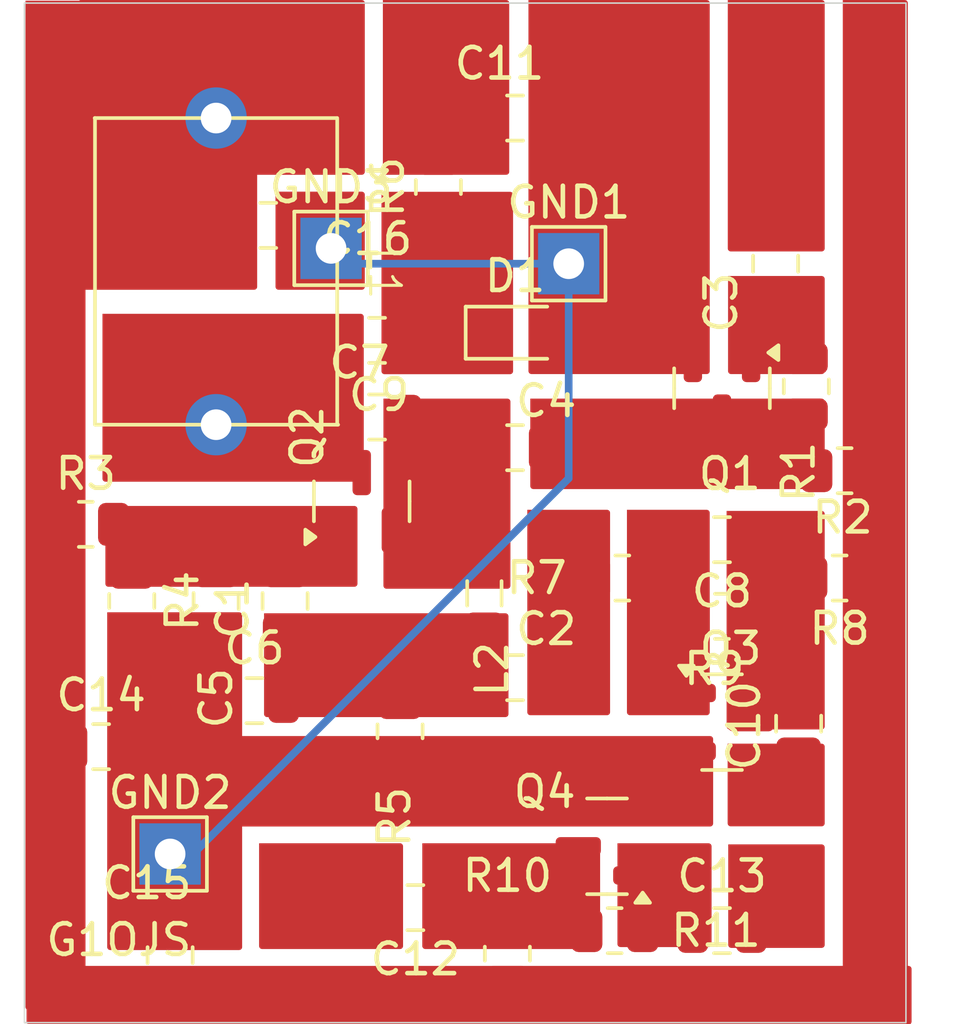
<source format=kicad_pcb>
(kicad_pcb (version 20240108) (generator "pcbnew") (generator_version "8.0")
  (title_block (title "G1OJS Airband Superregen Earpiece Block PCB") (date "2024-07-23") (rev "1"))
  (layers (0 "F.Cu" signal) (31 "B.Cu" signal) (34 "B.Paste" user) (35 "F.Paste" user) (36 "B.SilkS" user "B.Silkscreen") (37 "F.SilkS" user "F.Silkscreen") (38 "B.Mask" user) (39 "F.Mask" user) (44 "Edge.Cuts" user))
  (net 0 "")
  (net 1 "Net-(Q2-B)")
  (net 2 "Net-(C1-Pad2)")
  (net 3 "Net-(C2-Pad2)")
  (net 4 "Net-(Q1-B)")
  (net 5 "Net-(Q2-E)")
  (net 6 "Net-(Q1-C)")
  (net 7 "Chassis")
  (net 8 "Net-(Q2-C)")
  (net 9 "Net-(Q3-B)")
  (net 10 "Net-(Q3-C)")
  (net 11 "Net-(D1-K)")
  (net 12 "Net-(Q4-C)")
  (net 13 "Net-(Q4-B)")
  (net 14 "Net-(C10-Pad1)")
  (net 15 "Net-(C11-Pad1)")
  (net 16 "Net-(C12-Pad2)")
  (net 17 "Net-(C13-Pad2)")
  (net 18 "Net-(C14-Pad1)")
  (net 19 "Net-(C3-Pad1)")
  (footprint "Package_TO_SOT_SMD:SOT-23" (layer "F.Cu") (at 97.5 41.5 90)
    (property "Reference" "Q2" (at 2.098 -1.778 -90) (layer "F.SilkS"))
    (property "Value" "MMBT3904")
    (fp_line (start 0 -1.56) (end 0.65 -1.56) (stroke (width 0.12)) (layer "F.SilkS"))
    (fp_line (start 0 -1.56) (end -0.65 -1.56) (stroke (width 0.12)) (layer "F.SilkS"))
    (fp_line (start 0 1.56) (end 0.65 1.56) (stroke (width 0.12)) (layer "F.SilkS"))
    (fp_line (start 0 1.56) (end -0.65 1.56) (stroke (width 0.12)) (layer "F.SilkS"))
    (fp_poly (pts (xy -1.1625 -1.51) (xy -1.4025 -1.84) (xy -0.9225 -1.84) (xy -1.1625 -1.51)) (stroke (width 0.12)) (fill solid) (layer "F.SilkS"))
    (pad "1" smd roundrect (at -0.9375 -0.95 90) (size 1.475 0.6) (layers "F.Cu" "F.Paste" "F.Mask") (net 1 "Net-(Q2-B)"))
    (pad "2" smd roundrect (at -0.9375 0.95 90) (size 1.475 0.6) (layers "F.Cu" "F.Paste" "F.Mask") (net 5 "Net-(Q2-E)"))
    (pad "3" smd roundrect (at 0.9375 0 90) (size 1.475 0.6) (layers "F.Cu" "F.Paste" "F.Mask") (net 8 "Net-(Q2-C)"))
  )
  (footprint "Capacitor_SMD:C_0805_2012Metric" (layer "F.Cu") (at 111 33.75 -90)
    (property "Reference" "C3" (at 1.27 1.778 90) (layer "F.SilkS"))
    (property "Value" "33p")
    (fp_line (start -0.261252 0.735) (end 0.261252 0.735) (stroke (width 0.12)) (layer "F.SilkS"))
    (fp_line (start -0.261252 -0.735) (end 0.261252 -0.735) (stroke (width 0.12)) (layer "F.SilkS"))
    (pad "1" smd roundrect (at -0.95 0 270) (size 1 1.45) (layers "F.Cu" "F.Paste" "F.Mask") (net 19 "Net-(C3-Pad1)"))
    (pad "2" smd roundrect (at 0.95 0 270) (size 1 1.45) (layers "F.Cu" "F.Paste" "F.Mask") (net 4 "Net-(Q1-B)"))
  )
  (footprint "z_Inductor:Inductor_Axial_L10.0mm_D7.9mm_P10.0mm_Horizontal" (layer "F.Cu") (at 92.75 34 -90)
    (property "Reference" "L1" (at 0.05 -5.5 -90) (layer "F.SilkS") (effects (font (thickness 0.1))))
    (property "Value" "5t 6mm dia")
    (fp_line (start -5 3.95) (end 5 3.95) (stroke (width 0.12)) (layer "F.SilkS"))
    (fp_line (start 5 3.92) (end 5 -3.98) (stroke (width 0.12)) (layer "F.SilkS"))
    (fp_line (start -5 -3.94) (end -5 3.96) (stroke (width 0.12)) (layer "F.SilkS"))
    (fp_line (start 5 -3.95) (end -5 -3.95) (stroke (width 0.12)) (layer "F.SilkS"))
    (pad "1" thru_hole circle (at -5 0 270) (size 2 2) (drill 1) (layers "*.Cu" "*.Mask") (net 18 "Net-(C14-Pad1)"))
    (pad "2" thru_hole oval (at 5 0 270) (size 2 2) (drill 1) (layers "*.Cu" "*.Mask") (net 8 "Net-(Q2-C)"))
  )
  (footprint "Resistor_SMD:R_0805_2012Metric" (layer "F.Cu") (at 106 44)
    (property "Reference" "R7" (at -2.794 0 0) (layer "F.SilkS"))
    (property "Value" "2k2")
    (fp_line (start -0.227064 -0.735) (end 0.227064 -0.735) (stroke (width 0.12)) (layer "F.SilkS"))
    (fp_line (start -0.227064 0.735) (end 0.227064 0.735) (stroke (width 0.12)) (layer "F.SilkS"))
    (pad "1" smd roundrect (at -0.9125 0) (size 1.025 1.4) (layers "F.Cu" "F.Paste" "F.Mask") (roundrect_rratio 0.243902) (net 3 "Net-(C2-Pad2)"))
    (pad "2" smd roundrect (at 0.9125 0) (size 1.025 1.4) (layers "F.Cu" "F.Paste" "F.Mask") (roundrect_rratio 0.243902) (net 9 "Net-(Q3-B)"))
  )
  (footprint "Resistor_SMD:R_0805_2012Metric" (layer "F.Cu") (at 98.75 49 -90)
    (property "Reference" "R5" (at 2.794 0.188 90) (layer "F.SilkS"))
    (property "Value" "10k")
    (fp_line (start -0.227064 0.735) (end 0.227064 0.735) (stroke (width 0.12)) (layer "F.SilkS"))
    (fp_line (start -0.227064 -0.735) (end 0.227064 -0.735) (stroke (width 0.12)) (layer "F.SilkS"))
    (pad "1" smd roundrect (at -0.9125 0 270) (size 1.025 1.4) (layers "F.Cu" "F.Paste" "F.Mask") (roundrect_rratio 0.243902) (net 2 "Net-(C1-Pad2)"))
    (pad "2" smd roundrect (at 0.9125 0 270) (size 1.025 1.4) (layers "F.Cu" "F.Paste" "F.Mask") (roundrect_rratio 0.243902) (net 7 "Chassis"))
  )
  (footprint "Capacitor_SMD:C_0805_2012Metric" (layer "F.Cu") (at 111.75 48.75 90)
    (property "Reference" "C10" (at -0.066 -1.778 90) (layer "F.SilkS"))
    (property "Value" "100n")
    (fp_line (start -0.261252 -0.735) (end 0.261252 -0.735) (stroke (width 0.12)) (layer "F.SilkS"))
    (fp_line (start -0.261252 0.735) (end 0.261252 0.735) (stroke (width 0.12)) (layer "F.SilkS"))
    (pad "1" smd roundrect (at -0.95 0 90) (size 1 1.45) (layers "F.Cu" "F.Paste" "F.Mask") (net 14 "Net-(C10-Pad1)"))
    (pad "2" smd roundrect (at 0.95 0 90) (size 1 1.45) (layers "F.Cu" "F.Paste" "F.Mask") (net 10 "Net-(Q3-C)"))
  )
  (footprint "Capacitor_SMD:C_0805_2012Metric" (layer "F.Cu") (at 94.45 32.5)
    (property "Reference" "C16" (at 3.236 0.442 0) (layer "F.SilkS"))
    (property "Value" "100n")
    (fp_line (start -0.261252 -0.735) (end 0.261252 -0.735) (stroke (width 0.12)) (layer "F.SilkS"))
    (fp_line (start -0.261252 0.735) (end 0.261252 0.735) (stroke (width 0.12)) (layer "F.SilkS"))
    (pad "1" smd roundrect (at -0.95 0) (size 1 1.45) (layers "F.Cu" "F.Paste" "F.Mask") (net 18 "Net-(C14-Pad1)"))
    (pad "2" smd roundrect (at 0.95 0) (size 1 1.45) (layers "F.Cu" "F.Paste" "F.Mask") (net 7 "Chassis"))
  )
  (footprint "Capacitor_SMD:C_0805_2012Metric" (layer "F.Cu") (at 95 44.75 -90)
    (property "Reference" "C1" (at 0.254 1.712 90) (layer "F.SilkS"))
    (property "Value" "6n8")
    (fp_line (start -0.261252 0.735) (end 0.261252 0.735) (stroke (width 0.12)) (layer "F.SilkS"))
    (fp_line (start -0.261252 -0.735) (end 0.261252 -0.735) (stroke (width 0.12)) (layer "F.SilkS"))
    (pad "1" smd roundrect (at -0.95 0 270) (size 1 1.45) (layers "F.Cu" "F.Paste" "F.Mask") (net 1 "Net-(Q2-B)"))
    (pad "2" smd roundrect (at 0.95 0 270) (size 1 1.45) (layers "F.Cu" "F.Paste" "F.Mask") (net 2 "Net-(C1-Pad2)"))
  )
  (footprint "Resistor_SMD:R_0805_2012Metric" (layer "F.Cu") (at 112 37.75 90)
    (property "Reference" "R1" (at -2.794 -0.254 90) (layer "F.SilkS"))
    (property "Value" "68k")
    (fp_line (start -0.227064 -0.735) (end 0.227064 -0.735) (stroke (width 0.12)) (layer "F.SilkS"))
    (fp_line (start -0.227064 0.735) (end 0.227064 0.735) (stroke (width 0.12)) (layer "F.SilkS"))
    (pad "1" smd roundrect (at -0.9125 0 90) (size 1.025 1.4) (layers "F.Cu" "F.Paste" "F.Mask") (roundrect_rratio 0.243902) (net 6 "Net-(Q1-C)"))
    (pad "2" smd roundrect (at 0.9125 0 90) (size 1.025 1.4) (layers "F.Cu" "F.Paste" "F.Mask") (roundrect_rratio 0.243902) (net 4 "Net-(Q1-B)"))
  )
  (footprint "Capacitor_SMD:C_0805_2012Metric" (layer "F.Cu") (at 102.5 39.75 180)
    (property "Reference" "C4" (at -1.016 1.524 180) (layer "F.SilkS"))
    (property "Value" "5pF")
    (fp_line (start -0.261252 0.735) (end 0.261252 0.735) (stroke (width 0.12)) (layer "F.SilkS"))
    (fp_line (start -0.261252 -0.735) (end 0.261252 -0.735) (stroke (width 0.12)) (layer "F.SilkS"))
    (pad "1" smd roundrect (at -0.95 0 180) (size 1 1.45) (layers "F.Cu" "F.Paste" "F.Mask") (net 6 "Net-(Q1-C)"))
    (pad "2" smd roundrect (at 0.95 0 180) (size 1 1.45) (layers "F.Cu" "F.Paste" "F.Mask") (net 5 "Net-(Q2-E)"))
  )
  (footprint "Resistor_SMD:R_0805_2012Metric" (layer "F.Cu") (at 109.25 45.25 180)
    (property "Reference" "R9" (at 0.254 -1.712 180) (layer "F.SilkS"))
    (property "Value" "470k")
    (fp_line (start -0.227064 0.735) (end 0.227064 0.735) (stroke (width 0.12)) (layer "F.SilkS"))
    (fp_line (start -0.227064 -0.735) (end 0.227064 -0.735) (stroke (width 0.12)) (layer "F.SilkS"))
    (pad "1" smd roundrect (at -0.9125 0 180) (size 1.025 1.4) (layers "F.Cu" "F.Paste" "F.Mask") (roundrect_rratio 0.243902) (net 10 "Net-(Q3-C)"))
    (pad "2" smd roundrect (at 0.9125 0 180) (size 1.025 1.4) (layers "F.Cu" "F.Paste" "F.Mask") (roundrect_rratio 0.243902) (net 9 "Net-(Q3-B)"))
  )
  (footprint "Capacitor_SMD:C_0805_2012Metric" (layer "F.Cu") (at 89 49.5)
    (property "Reference" "C14" (at 0 -1.68 0) (layer "F.SilkS"))
    (property "Value" "100n")
    (fp_line (start -0.261252 -0.735) (end 0.261252 -0.735) (stroke (width 0.12)) (layer "F.SilkS"))
    (fp_line (start -0.261252 0.735) (end 0.261252 0.735) (stroke (width 0.12)) (layer "F.SilkS"))
    (pad "1" smd roundrect (at -0.95 0) (size 1 1.45) (layers "F.Cu" "F.Paste" "F.Mask") (net 18 "Net-(C14-Pad1)"))
    (pad "2" smd roundrect (at 0.95 0) (size 1 1.45) (layers "F.Cu" "F.Paste" "F.Mask") (net 7 "Chassis"))
  )
  (footprint "Resistor_SMD:R_0805_2012Metric" (layer "F.Cu") (at 113.0875 44 180)
    (property "Reference" "R8" (at 0 -1.65 180) (layer "F.SilkS"))
    (property "Value" "2k2")
    (fp_line (start -0.227064 0.735) (end 0.227064 0.735) (stroke (width 0.12)) (layer "F.SilkS"))
    (fp_line (start -0.227064 -0.735) (end 0.227064 -0.735) (stroke (width 0.12)) (layer "F.SilkS"))
    (pad "1" smd roundrect (at -0.9125 0 180) (size 1.025 1.4) (layers "F.Cu" "F.Paste" "F.Mask") (roundrect_rratio 0.243902) (net 18 "Net-(C14-Pad1)"))
    (pad "2" smd roundrect (at 0.9125 0 180) (size 1.025 1.4) (layers "F.Cu" "F.Paste" "F.Mask") (roundrect_rratio 0.243902) (net 10 "Net-(Q3-C)"))
  )
  (footprint "Capacitor_SMD:C_0805_2012Metric" (layer "F.Cu") (at 102.5 47.25)
    (property "Reference" "C2" (at 1.016 -1.59 0) (layer "F.SilkS"))
    (property "Value" "3u3")
    (fp_line (start -0.261252 -0.735) (end 0.261252 -0.735) (stroke (width 0.12)) (layer "F.SilkS"))
    (fp_line (start -0.261252 0.735) (end 0.261252 0.735) (stroke (width 0.12)) (layer "F.SilkS"))
    (pad "1" smd roundrect (at -0.95 0) (size 1 1.45) (layers "F.Cu" "F.Paste" "F.Mask") (net 2 "Net-(C1-Pad2)"))
    (pad "2" smd roundrect (at 0.95 0) (size 1 1.45) (layers "F.Cu" "F.Paste" "F.Mask") (net 3 "Net-(C2-Pad2)"))
  )
  (footprint "TestPoint:TestPoint_THTPad_2.0x2.0mm_Drill1.0mm" (layer "F.Cu") (at 104.25 33.75)
    (property "Reference" "GND1" (at 0 -1.998 0) (layer "F.SilkS"))
    (property "Value" "GND")
    (fp_line (start -1.2 -1.2) (end 1.2 -1.2) (stroke (width 0.12)) (layer "F.SilkS"))
    (fp_line (start -1.2 1.2) (end -1.2 -1.2) (stroke (width 0.12)) (layer "F.SilkS"))
    (fp_line (start 1.2 -1.2) (end 1.2 1.2) (stroke (width 0.12)) (layer "F.SilkS"))
    (fp_line (start 1.2 1.2) (end -1.2 1.2) (stroke (width 0.12)) (layer "F.SilkS"))
    (pad "1" thru_hole rect (at 0 0) (size 2 2) (drill 1) (layers "*.Cu" "*.Mask") (net 7 "Chassis"))
  )
  (footprint "Package_TO_SOT_SMD:SOT-23" (layer "F.Cu") (at 105.5 52.75 180)
    (property "Reference" "Q4" (at 2.032 1.778 0) (layer "F.SilkS"))
    (property "Value" "MMBT3904")
    (fp_line (start 0 1.56) (end 0.65 1.56) (stroke (width 0.12)) (layer "F.SilkS"))
    (fp_line (start 0 1.56) (end -0.65 1.56) (stroke (width 0.12)) (layer "F.SilkS"))
    (fp_line (start 0 -1.56) (end 0.65 -1.56) (stroke (width 0.12)) (layer "F.SilkS"))
    (fp_line (start 0 -1.56) (end -0.65 -1.56) (stroke (width 0.12)) (layer "F.SilkS"))
    (fp_poly (pts (xy -1.1625 -1.51) (xy -1.4025 -1.84) (xy -0.9225 -1.84) (xy -1.1625 -1.51)) (stroke (width 0.12)) (fill solid) (layer "F.SilkS"))
    (pad "1" smd roundrect (at -0.9375 -0.95 180) (size 1.475 0.6) (layers "F.Cu" "F.Paste" "F.Mask") (net 13 "Net-(Q4-B)"))
    (pad "2" smd roundrect (at -0.9375 0.95 180) (size 1.475 0.6) (layers "F.Cu" "F.Paste" "F.Mask") (net 7 "Chassis"))
    (pad "3" smd roundrect (at 0.9375 0 180) (size 1.475 0.6) (layers "F.Cu" "F.Paste" "F.Mask") (net 12 "Net-(Q4-C)"))
  )
  (footprint "Resistor_SMD:R_0805_2012Metric" (layer "F.Cu") (at 88.5 42.25)
    (property "Reference" "R3" (at 0 -1.65 0) (layer "F.SilkS"))
    (property "Value" "22k")
    (fp_line (start -0.227064 -0.735) (end 0.227064 -0.735) (stroke (width 0.12)) (layer "F.SilkS"))
    (fp_line (start -0.227064 0.735) (end 0.227064 0.735) (stroke (width 0.12)) (layer "F.SilkS"))
    (pad "1" smd roundrect (at -0.9125 0) (size 1.025 1.4) (layers "F.Cu" "F.Paste" "F.Mask") (roundrect_rratio 0.243902) (net 18 "Net-(C14-Pad1)"))
    (pad "2" smd roundrect (at 0.9125 0) (size 1.025 1.4) (layers "F.Cu" "F.Paste" "F.Mask") (roundrect_rratio 0.243902) (net 1 "Net-(Q2-B)"))
  )
  (footprint "Capacitor_SMD:C_0805_2012Metric" (layer "F.Cu") (at 109.25 55.5)
    (property "Reference" "C13" (at 0 -1.778 0) (layer "F.SilkS"))
    (property "Value" "100n")
    (fp_line (start -0.261252 -0.735) (end 0.261252 -0.735) (stroke (width 0.12)) (layer "F.SilkS"))
    (fp_line (start -0.261252 0.735) (end 0.261252 0.735) (stroke (width 0.12)) (layer "F.SilkS"))
    (pad "1" smd roundrect (at -0.95 0) (size 1 1.45) (layers "F.Cu" "F.Paste" "F.Mask") (net 13 "Net-(Q4-B)"))
    (pad "2" smd roundrect (at 0.95 0) (size 1 1.45) (layers "F.Cu" "F.Paste" "F.Mask") (net 17 "Net-(C13-Pad2)"))
  )
  (footprint "Capacitor_SMD:C_0805_2012Metric" (layer "F.Cu") (at 99.25 54.75 180)
    (property "Reference" "C12" (at 0 -1.68 180) (layer "F.SilkS"))
    (property "Value" "3u3")
    (fp_line (start -0.261252 0.735) (end 0.261252 0.735) (stroke (width 0.12)) (layer "F.SilkS"))
    (fp_line (start -0.261252 -0.735) (end 0.261252 -0.735) (stroke (width 0.12)) (layer "F.SilkS"))
    (pad "1" smd roundrect (at -0.95 0 180) (size 1 1.45) (layers "F.Cu" "F.Paste" "F.Mask") (net 12 "Net-(Q4-C)"))
    (pad "2" smd roundrect (at 0.95 0 180) (size 1 1.45) (layers "F.Cu" "F.Paste" "F.Mask") (net 16 "Net-(C12-Pad2)"))
  )
  (footprint "Capacitor_SMD:C_0805_2012Metric" (layer "F.Cu") (at 109.25 42.75 180)
    (property "Reference" "C8" (at 0 -1.68 180) (layer "F.SilkS"))
    (property "Value" "2n2")
    (fp_line (start -0.261252 0.735) (end 0.261252 0.735) (stroke (width 0.12)) (layer "F.SilkS"))
    (fp_line (start -0.261252 -0.735) (end 0.261252 -0.735) (stroke (width 0.12)) (layer "F.SilkS"))
    (pad "1" smd roundrect (at -0.95 0 180) (size 1 1.45) (layers "F.Cu" "F.Paste" "F.Mask") (net 10 "Net-(Q3-C)"))
    (pad "2" smd roundrect (at 0.95 0 180) (size 1 1.45) (layers "F.Cu" "F.Paste" "F.Mask") (net 9 "Net-(Q3-B)"))
  )
  (footprint "Capacitor_SMD:C_0805_2012Metric" (layer "F.Cu") (at 91.25 56.3 90)
    (property "Reference" "C15" (at 2.352 -0.762 0) (layer "F.SilkS"))
    (property "Value" "3u3")
    (fp_line (start -0.261252 -0.735) (end 0.261252 -0.735) (stroke (width 0.12)) (layer "F.SilkS"))
    (fp_line (start -0.261252 0.735) (end 0.261252 0.735) (stroke (width 0.12)) (layer "F.SilkS"))
    (pad "1" smd roundrect (at -0.95 0 90) (size 1 1.45) (layers "F.Cu" "F.Paste" "F.Mask") (net 18 "Net-(C14-Pad1)"))
    (pad "2" smd roundrect (at 0.95 0 90) (size 1 1.45) (layers "F.Cu" "F.Paste" "F.Mask") (net 7 "Chassis"))
  )
  (footprint "Package_TO_SOT_SMD:SOT-23" (layer "F.Cu") (at 109.25 37.8125 -90)
    (property "Reference" "Q1" (at 2.794 -0.254 0) (layer "F.SilkS"))
    (property "Value" "2SC3356")
    (fp_line (start 0 1.56) (end -0.65 1.56) (stroke (width 0.12)) (layer "F.SilkS"))
    (fp_line (start 0 1.56) (end 0.65 1.56) (stroke (width 0.12)) (layer "F.SilkS"))
    (fp_line (start 0 -1.56) (end -0.65 -1.56) (stroke (width 0.12)) (layer "F.SilkS"))
    (fp_line (start 0 -1.56) (end 0.65 -1.56) (stroke (width 0.12)) (layer "F.SilkS"))
    (fp_poly (pts (xy -1.1625 -1.51) (xy -1.4025 -1.84) (xy -0.9225 -1.84) (xy -1.1625 -1.51)) (stroke (width 0.12)) (fill solid) (layer "F.SilkS"))
    (pad "1" smd roundrect (at -0.9375 -0.95 270) (size 1.475 0.6) (layers "F.Cu" "F.Paste" "F.Mask") (net 4 "Net-(Q1-B)"))
    (pad "2" smd roundrect (at -0.9375 0.95 270) (size 1.475 0.6) (layers "F.Cu" "F.Paste" "F.Mask") (net 7 "Chassis"))
    (pad "3" smd roundrect (at 0.9375 0 270) (size 1.475 0.6) (layers "F.Cu" "F.Paste" "F.Mask") (net 6 "Net-(Q1-C)"))
  )
  (footprint "Resistor_SMD:R_0805_2012Metric" (layer "F.Cu") (at 102.25 56.25 90)
    (property "Reference" "R10" (at 2.54 0 0) (layer "F.SilkS"))
    (property "Value" "2k2")
    (fp_line (start -0.227064 -0.735) (end 0.227064 -0.735) (stroke (width 0.12)) (layer "F.SilkS"))
    (fp_line (start -0.227064 0.735) (end 0.227064 0.735) (stroke (width 0.12)) (layer "F.SilkS"))
    (pad "1" smd roundrect (at -0.9125 0 90) (size 1.025 1.4) (layers "F.Cu" "F.Paste" "F.Mask") (roundrect_rratio 0.243902) (net 18 "Net-(C14-Pad1)"))
    (pad "2" smd roundrect (at 0.9125 0 90) (size 1.025 1.4) (layers "F.Cu" "F.Paste" "F.Mask") (roundrect_rratio 0.243902) (net 12 "Net-(Q4-C)"))
  )
  (footprint "Capacitor_SMD:C_0805_2012Metric" (layer "F.Cu") (at 98 36.25)
    (property "Reference" "C9" (at 0.066 1.778 0) (layer "F.SilkS"))
    (property "Value" "15p")
    (fp_line (start -0.261252 -0.735) (end 0.261252 -0.735) (stroke (width 0.12)) (layer "F.SilkS"))
    (fp_line (start -0.261252 0.735) (end 0.261252 0.735) (stroke (width 0.12)) (layer "F.SilkS"))
    (pad "1" smd roundrect (at -0.95 0) (size 1 1.45) (layers "F.Cu" "F.Paste" "F.Mask") (net 8 "Net-(Q2-C)"))
    (pad "2" smd roundrect (at 0.95 0) (size 1 1.45) (layers "F.Cu" "F.Paste" "F.Mask") (net 11 "Net-(D1-K)"))
  )
  (footprint "Resistor_SMD:R_0805_2012Metric" (layer "F.Cu") (at 113.25 40.5 180)
    (property "Reference" "R2" (at 0.066 -1.524 180) (layer "F.SilkS"))
    (property "Value" "1k")
    (fp_line (start -0.227064 0.735) (end 0.227064 0.735) (stroke (width 0.12)) (layer "F.SilkS"))
    (fp_line (start -0.227064 -0.735) (end 0.227064 -0.735) (stroke (width 0.12)) (layer "F.SilkS"))
    (pad "1" smd roundrect (at -0.9125 0 180) (size 1.025 1.4) (layers "F.Cu" "F.Paste" "F.Mask") (roundrect_rratio 0.243902) (net 18 "Net-(C14-Pad1)"))
    (pad "2" smd roundrect (at 0.9125 0 180) (size 1.025 1.4) (layers "F.Cu" "F.Paste" "F.Mask") (roundrect_rratio 0.243902) (net 6 "Net-(Q1-C)"))
  )
  (footprint "TestPoint:TestPoint_THTPad_2.0x2.0mm_Drill1.0mm" (layer "F.Cu") (at 96.5 33.25)
    (property "Reference" "GND3" (at 0 -1.998 0) (layer "F.SilkS"))
    (property "Value" "GND")
    (fp_line (start -1.2 -1.2) (end 1.2 -1.2) (stroke (width 0.12)) (layer "F.SilkS"))
    (fp_line (start -1.2 1.2) (end -1.2 -1.2) (stroke (width 0.12)) (layer "F.SilkS"))
    (fp_line (start 1.2 -1.2) (end 1.2 1.2) (stroke (width 0.12)) (layer "F.SilkS"))
    (fp_line (start 1.2 1.2) (end -1.2 1.2) (stroke (width 0.12)) (layer "F.SilkS"))
    (pad "1" thru_hole rect (at 0 0) (size 2 2) (drill 1) (layers "*.Cu" "*.Mask") (net 7 "Chassis"))
  )
  (footprint "Capacitor_SMD:C_0805_2012Metric" (layer "F.Cu") (at 98 38.75 180)
    (property "Reference" "C7" (at 0.574 1.778 180) (layer "F.SilkS"))
    (property "Value" "2p2")
    (fp_line (start -0.261252 0.735) (end 0.261252 0.735) (stroke (width 0.12)) (layer "F.SilkS"))
    (fp_line (start -0.261252 -0.735) (end 0.261252 -0.735) (stroke (width 0.12)) (layer "F.SilkS"))
    (pad "1" smd roundrect (at -0.95 0 180) (size 1 1.45) (layers "F.Cu" "F.Paste" "F.Mask") (net 5 "Net-(Q2-E)"))
    (pad "2" smd roundrect (at 0.95 0 180) (size 1 1.45) (layers "F.Cu" "F.Paste" "F.Mask") (net 8 "Net-(Q2-C)"))
  )
  (footprint "Capacitor_SMD:C_0805_2012Metric" (layer "F.Cu") (at 92.75 44.75 -90)
    (property "Reference" "C5" (at 3.17 0 90) (layer "F.SilkS"))
    (property "Value" "100n")
    (fp_line (start -0.261252 0.735) (end 0.261252 0.735) (stroke (width 0.12)) (layer "F.SilkS"))
    (fp_line (start -0.261252 -0.735) (end 0.261252 -0.735) (stroke (width 0.12)) (layer "F.SilkS"))
    (pad "1" smd roundrect (at -0.95 0 270) (size 1 1.45) (layers "F.Cu" "F.Paste" "F.Mask") (net 1 "Net-(Q2-B)"))
    (pad "2" smd roundrect (at 0.95 0 270) (size 1 1.45) (layers "F.Cu" "F.Paste" "F.Mask") (net 7 "Chassis"))
  )
  (footprint "Resistor_SMD:R_0805_2012Metric" (layer "F.Cu") (at 100 31.25 90)
    (property "Reference" "R6" (at 0 -1.65 90) (layer "F.SilkS"))
    (property "Value" "470k")
    (fp_line (start -0.227064 -0.735) (end 0.227064 -0.735) (stroke (width 0.12)) (layer "F.SilkS"))
    (fp_line (start -0.227064 0.735) (end 0.227064 0.735) (stroke (width 0.12)) (layer "F.SilkS"))
    (pad "1" smd roundrect (at -0.9125 0 90) (size 1.025 1.4) (layers "F.Cu" "F.Paste" "F.Mask") (roundrect_rratio 0.243902) (net 11 "Net-(D1-K)"))
    (pad "2" smd roundrect (at 0.9125 0 90) (size 1.025 1.4) (layers "F.Cu" "F.Paste" "F.Mask") (roundrect_rratio 0.243902) (net 15 "Net-(C11-Pad1)"))
  )
  (footprint "TestPoint:TestPoint_THTPad_2.0x2.0mm_Drill1.0mm" (layer "F.Cu") (at 91.25 53)
    (property "Reference" "GND2" (at 0 -1.998 0) (layer "F.SilkS"))
    (property "Value" "GND")
    (fp_line (start -1.2 -1.2) (end 1.2 -1.2) (stroke (width 0.12)) (layer "F.SilkS"))
    (fp_line (start -1.2 1.2) (end -1.2 -1.2) (stroke (width 0.12)) (layer "F.SilkS"))
    (fp_line (start 1.2 -1.2) (end 1.2 1.2) (stroke (width 0.12)) (layer "F.SilkS"))
    (fp_line (start 1.2 1.2) (end -1.2 1.2) (stroke (width 0.12)) (layer "F.SilkS"))
    (pad "1" thru_hole rect (at 0 0) (size 2 2) (drill 1) (layers "*.Cu" "*.Mask") (net 7 "Chassis"))
  )
  (footprint "Inductor_SMD:L_0805_2012Metric" (layer "F.Cu") (at 101.5 44.5 -90)
    (property "Reference" "L2" (at 2.474 -0.254 90) (layer "F.SilkS"))
    (property "Value" "12uH")
    (fp_line (start -0.399622 0.56) (end 0.399622 0.56) (stroke (width 0.12)) (layer "F.SilkS"))
    (fp_line (start -0.399622 -0.56) (end 0.399622 -0.56) (stroke (width 0.12)) (layer "F.SilkS"))
    (pad "1" smd roundrect (at -1.0625 0 270) (size 0.875 1.2) (layers "F.Cu" "F.Paste" "F.Mask") (net 5 "Net-(Q2-E)"))
    (pad "2" smd roundrect (at 1.0625 0 270) (size 0.875 1.2) (layers "F.Cu" "F.Paste" "F.Mask") (net 2 "Net-(C1-Pad2)"))
  )
  (footprint "Diode_SMD:D_SOD-323" (layer "F.Cu") (at 102.5 36)
    (property "Reference" "D1" (at 0 -1.85 0) (layer "F.SilkS"))
    (property "Value" "BB910")
    (fp_line (start -1.61 -0.85) (end -1.61 0.85) (stroke (width 0.12)) (layer "F.SilkS"))
    (fp_line (start -1.61 -0.85) (end 1.05 -0.85) (stroke (width 0.12)) (layer "F.SilkS"))
    (fp_line (start -1.61 0.85) (end 1.05 0.85) (stroke (width 0.12)) (layer "F.SilkS"))
    (pad "1" smd roundrect (at -1.05 0) (size 0.6 0.45) (layers "F.Cu" "F.Paste" "F.Mask") (net 11 "Net-(D1-K)"))
    (pad "2" smd roundrect (at 1.05 0) (size 0.6 0.45) (layers "F.Cu" "F.Paste" "F.Mask") (net 7 "Chassis"))
  )
  (footprint "Capacitor_SMD:C_0805_2012Metric" (layer "F.Cu") (at 94 48 180)
    (property "Reference" "C6" (at 0 1.712 0) (layer "F.SilkS"))
    (property "Value" "22n")
    (fp_line (start -0.261252 0.735) (end 0.261252 0.735) (stroke (width 0.12)) (layer "F.SilkS"))
    (fp_line (start -0.261252 -0.735) (end 0.261252 -0.735) (stroke (width 0.12)) (layer "F.SilkS"))
    (pad "1" smd roundrect (at -0.95 0 180) (size 1 1.45) (layers "F.Cu" "F.Paste" "F.Mask") (net 2 "Net-(C1-Pad2)"))
    (pad "2" smd roundrect (at 0.95 0 180) (size 1 1.45) (layers "F.Cu" "F.Paste" "F.Mask") (net 7 "Chassis"))
  )
  (footprint "Package_TO_SOT_SMD:SOT-23" (layer "F.Cu") (at 109.25 48.7)
    (property "Reference" "Q3" (at 0.279 -2.4 0) (layer "F.SilkS"))
    (property "Value" "MMBT3904")
    (fp_line (start 0 -1.56) (end -0.65 -1.56) (stroke (width 0.12)) (layer "F.SilkS"))
    (fp_line (start 0 -1.56) (end 0.65 -1.56) (stroke (width 0.12)) (layer "F.SilkS"))
    (fp_line (start 0 1.56) (end -0.65 1.56) (stroke (width 0.12)) (layer "F.SilkS"))
    (fp_line (start 0 1.56) (end 0.65 1.56) (stroke (width 0.12)) (layer "F.SilkS"))
    (fp_poly (pts (xy -1.1625 -1.51) (xy -1.4025 -1.84) (xy -0.9225 -1.84) (xy -1.1625 -1.51)) (stroke (width 0.12)) (fill solid) (layer "F.SilkS"))
    (pad "1" smd roundrect (at -0.9375 -0.95) (size 1.475 0.6) (layers "F.Cu" "F.Paste" "F.Mask") (net 9 "Net-(Q3-B)"))
    (pad "2" smd roundrect (at -0.9375 0.95) (size 1.475 0.6) (layers "F.Cu" "F.Paste" "F.Mask") (net 7 "Chassis"))
    (pad "3" smd roundrect (at 0.9375 0) (size 1.475 0.6) (layers "F.Cu" "F.Paste" "F.Mask") (net 10 "Net-(Q3-C)"))
  )
  (footprint "Capacitor_SMD:C_0805_2012Metric" (layer "F.Cu") (at 102.5 29)
    (property "Reference" "C11" (at -0.508 -1.778 0) (layer "F.SilkS"))
    (property "Value" "100n")
    (fp_line (start -0.261252 -0.735) (end 0.261252 -0.735) (stroke (width 0.12)) (layer "F.SilkS"))
    (fp_line (start -0.261252 0.735) (end 0.261252 0.735) (stroke (width 0.12)) (layer "F.SilkS"))
    (pad "1" smd roundrect (at -0.95 0) (size 1 1.45) (layers "F.Cu" "F.Paste" "F.Mask") (net 15 "Net-(C11-Pad1)"))
    (pad "2" smd roundrect (at 0.95 0) (size 1 1.45) (layers "F.Cu" "F.Paste" "F.Mask") (net 7 "Chassis"))
  )
  (footprint "Resistor_SMD:R_0805_2012Metric" (layer "F.Cu") (at 90 44.75 -90)
    (property "Reference" "R4" (at 0 -1.65 90) (layer "F.SilkS"))
    (property "Value" "22k")
    (fp_line (start -0.227064 0.735) (end 0.227064 0.735) (stroke (width 0.12)) (layer "F.SilkS"))
    (fp_line (start -0.227064 -0.735) (end 0.227064 -0.735) (stroke (width 0.12)) (layer "F.SilkS"))
    (pad "1" smd roundrect (at -0.9125 0 270) (size 1.025 1.4) (layers "F.Cu" "F.Paste" "F.Mask") (roundrect_rratio 0.243902) (net 1 "Net-(Q2-B)"))
    (pad "2" smd roundrect (at 0.9125 0 270) (size 1.025 1.4) (layers "F.Cu" "F.Paste" "F.Mask") (roundrect_rratio 0.243902) (net 7 "Chassis"))
  )
  (footprint "Resistor_SMD:R_0805_2012Metric" (layer "F.Cu") (at 105.75 55.5)
    (property "Reference" "R11" (at 3.302 0 0) (layer "F.SilkS"))
    (property "Value" "470k")
    (fp_line (start -0.227064 -0.735) (end 0.227064 -0.735) (stroke (width 0.12)) (layer "F.SilkS"))
    (fp_line (start -0.227064 0.735) (end 0.227064 0.735) (stroke (width 0.12)) (layer "F.SilkS"))
    (pad "1" smd roundrect (at -0.9125 0) (size 1.025 1.4) (layers "F.Cu" "F.Paste" "F.Mask") (roundrect_rratio 0.243902) (net 12 "Net-(Q4-C)"))
    (pad "2" smd roundrect (at 0.9125 0) (size 1.025 1.4) (layers "F.Cu" "F.Paste" "F.Mask") (roundrect_rratio 0.243902) (net 13 "Net-(Q4-B)"))
  )
  (gr_rect (start 109.534 49.502) (end 112.5 51.998) (stroke (width 0.2)) (fill solid) (layer "F.Cu") (net 14))
  (gr_rect (start 94.788 31.5) (end 97.5 34.5) (stroke (width 0.2)) (fill solid) (layer "F.Cu") (net 7))
  (gr_rect (start 103.098 38.25) (end 112.5 41) (stroke (width 0.2)) (fill solid) (layer "F.Cu") (net 6))
  (gr_rect (start 98.289 25.25) (end 102.211 30.75) (stroke (width 0.2)) (fill solid) (layer "F.Cu") (net 15))
  (gr_rect (start 109.548 34.25) (end 112.5 37.25) (stroke (width 0.2)) (fill solid) (layer "F.Cu") (net 4))
  (gr_rect (start 103 41.875) (end 105.5 48.375) (stroke (width 0.2)) (fill solid) (layer "F.Cu") (net 3))
  (gr_rect (start 98.308 38.25) (end 102.25 44.25) (stroke (width 0.2)) (fill solid) (layer "F.Cu") (net 5))
  (gr_rect (start 94.414 45.25) (end 102.186 48.436) (stroke (width 0.2)) (fill solid) (layer "F.Cu") (net 2))
  (gr_rect (start 86.667 56.75) (end 115.333 58.466) (stroke (width 0.2)) (fill solid) (layer "F.Cu") (net 18))
  (gr_rect (start 99.575 52.75) (end 105.175 56) (stroke (width 0.2)) (fill solid) (layer "F.Cu") (net 12))
  (gr_rect (start 103.038 25.25) (end 108.75 37.25) (stroke (width 0.2)) (fill solid) (layer "F.Cu") (net 7))
  (gr_rect (start 88.398 25.25) (end 93.99 34.5) (stroke (width 0.2)) (fill solid) (layer "F.Cu") (net 18))
  (gr_rect (start 89.239 41.75) (end 97.261 44.186) (stroke (width 0.2)) (fill solid) (layer "F.Cu") (net 1))
  (gr_rect (start 94.252 52.75) (end 98.748 56) (stroke (width 0.2)) (fill solid) (layer "F.Cu") (net 16))
  (gr_rect (start 86.634 25.272) (end 88.39 57.988) (stroke (width 0.2)) (fill solid) (layer "F.Cu") (net 18))
  (gr_rect (start 106.25 41.875) (end 108.75 48.375) (stroke (width 0.2)) (fill solid) (layer "F.Cu") (net 9))
  (gr_rect (start 93.399 49.254) (end 108.861 52.004) (stroke (width 0.2)) (fill solid) (layer "F.Cu") (net 7))
  (gr_rect (start 109.5 41.912) (end 112.5 48.838) (stroke (width 0.2)) (fill solid) (layer "F.Cu") (net 10))
  (gr_rect (start 109.538 25.25) (end 112.5 33.25) (stroke (width 0.2)) (fill solid) (layer "F.Cu") (net 19))
  (gr_rect (start 113.289 25.25) (end 115.211 57.676) (stroke (width 0.2)) (fill solid) (layer "F.Cu") (net 18))
  (gr_rect (start 93.658 25.25) (end 97.5 30.75) (stroke (width 0.2)) (fill solid) (layer "F.Cu") (net 18))
  (gr_rect (start 89.144 35.484) (end 97.466 40.7594) (stroke (width 0.2)) (fill solid) (layer "F.Cu") (net 8))
  (gr_rect (start 109.554 52.787) (end 112.5 55.963) (stroke (width 0.2)) (fill solid) (layer "F.Cu") (net 17))
  (gr_rect (start 105.94 52.75) (end 108.81 55.936) (stroke (width 0.2)) (fill solid) (layer "F.Cu") (net 13))
  (gr_rect (start 89.298 45.217) (end 93.5 56.033) (stroke (width 0.2)) (fill solid) (layer "F.Cu") (net 7))
  (gr_rect (start 98.244 31.504) (end 102.336 37.254) (stroke (width 0.2)) (fill solid) (layer "F.Cu") (net 11))
  (gr_rect (start 86.5 25.25) (end 115.25 58.5) (stroke (width 0.05)) (fill none) (layer "Edge.Cuts"))
  (gr_text "G1OJS" (at 87.122 56.388 0) (layer "F.SilkS") (effects (font (size 1 1)) (justify left bottom)))
  (segment (start 104.25 33.75) (end 97 33.75) (width 0.25) (layer "B.Cu") (net 7))
  (segment (start 104.25 40.75) (end 91.25 53.75) (width 0.25) (layer "B.Cu") (net 7))
  (segment (start 104.25 33.75) (end 104.25 40.75) (width 0.25) (layer "B.Cu") (net 7))
  (segment (start 97 33.75) (end 96.5 33.25) (width 0.25) (layer "B.Cu") (net 7))
)
</source>
